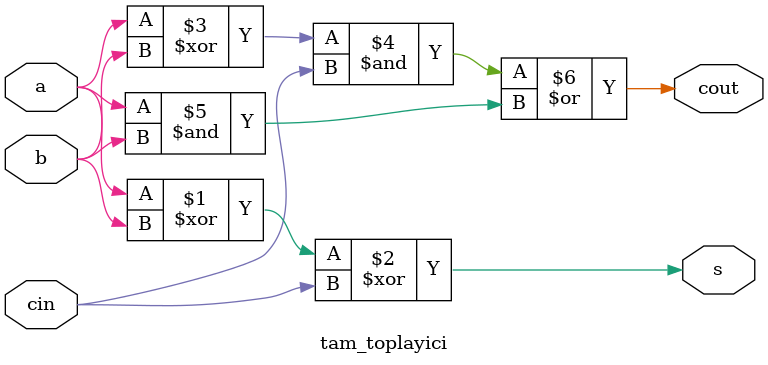
<source format=v>
`timescale 1ns / 1ps

module tam_toplayici(
    input a,b,cin,
    output s,cout
    );
    
    assign s = (a^b) ^ cin;
    assign cout = ((a^b) & cin) | (a&b);
endmodule

</source>
